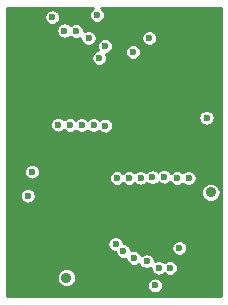
<source format=gbr>
G04 #@! TF.GenerationSoftware,KiCad,Pcbnew,5.1.4+dfsg1-1*
G04 #@! TF.CreationDate,2020-09-03T16:06:36+02:00*
G04 #@! TF.ProjectId,FPC_INVERTER,4650435f-494e-4564-9552-5445522e6b69,rev?*
G04 #@! TF.SameCoordinates,PX5095e20PY1312d00*
G04 #@! TF.FileFunction,Copper,L2,Inr*
G04 #@! TF.FilePolarity,Positive*
%FSLAX46Y46*%
G04 Gerber Fmt 4.6, Leading zero omitted, Abs format (unit mm)*
G04 Created by KiCad (PCBNEW 5.1.4+dfsg1-1) date 2020-09-03 16:06:36*
%MOMM*%
%LPD*%
G04 APERTURE LIST*
%ADD10C,0.600000*%
%ADD11C,0.889000*%
%ADD12C,0.254000*%
G04 APERTURE END LIST*
D10*
X4270000Y-1200000D03*
X2190000Y-16310000D03*
X11120000Y-4130000D03*
X12490000Y-2970000D03*
X17330000Y-9700000D03*
X12958032Y-23902000D03*
X15810000Y-14820000D03*
X15030000Y-20720000D03*
X9623000Y-20387963D03*
X14840000Y-14800000D03*
X8055964Y-998000D03*
X2540000Y-14280000D03*
X9740000Y-14810000D03*
X8750000Y-3620000D03*
X8750000Y-10370000D03*
X10280000Y-21000000D03*
X10750000Y-14800000D03*
X8250000Y-4650000D03*
X7760000Y-10340000D03*
X11200000Y-21570000D03*
X11750000Y-14790000D03*
X7340000Y-2940000D03*
X6750000Y-10340000D03*
X12250000Y-21860000D03*
X12750000Y-14750000D03*
X6270000Y-2380000D03*
X5750000Y-10325000D03*
X13275000Y-22400000D03*
X4750000Y-10300000D03*
X14250000Y-22425000D03*
D11*
X17690000Y-16030000D03*
X5470000Y-23250000D03*
X2570000Y-17940000D03*
X3860000Y-14870000D03*
X16490000Y-17950000D03*
X18250000Y-10750000D03*
X750000Y-13500000D03*
D10*
X13750000Y-14700000D03*
X5300000Y-2325000D03*
D12*
G36*
X7621852Y-469033D02*
G01*
X7526997Y-563888D01*
X7452470Y-675426D01*
X7401135Y-799360D01*
X7374964Y-930927D01*
X7374964Y-1065073D01*
X7401135Y-1196640D01*
X7452470Y-1320574D01*
X7526997Y-1432112D01*
X7621852Y-1526967D01*
X7733390Y-1601494D01*
X7857324Y-1652829D01*
X7988891Y-1679000D01*
X8123037Y-1679000D01*
X8254604Y-1652829D01*
X8378538Y-1601494D01*
X8490076Y-1526967D01*
X8584931Y-1432112D01*
X8659458Y-1320574D01*
X8710793Y-1196640D01*
X8736964Y-1065073D01*
X8736964Y-930927D01*
X8710793Y-799360D01*
X8659458Y-675426D01*
X8584931Y-563888D01*
X8490076Y-469033D01*
X8433155Y-431000D01*
X18569000Y-431000D01*
X18569001Y-24819000D01*
X431000Y-24819000D01*
X431000Y-23168695D01*
X4644500Y-23168695D01*
X4644500Y-23331305D01*
X4676224Y-23490789D01*
X4738452Y-23641021D01*
X4828792Y-23776225D01*
X4943775Y-23891208D01*
X5078979Y-23981548D01*
X5229211Y-24043776D01*
X5388695Y-24075500D01*
X5551305Y-24075500D01*
X5710789Y-24043776D01*
X5861021Y-23981548D01*
X5996225Y-23891208D01*
X6052506Y-23834927D01*
X12277032Y-23834927D01*
X12277032Y-23969073D01*
X12303203Y-24100640D01*
X12354538Y-24224574D01*
X12429065Y-24336112D01*
X12523920Y-24430967D01*
X12635458Y-24505494D01*
X12759392Y-24556829D01*
X12890959Y-24583000D01*
X13025105Y-24583000D01*
X13156672Y-24556829D01*
X13280606Y-24505494D01*
X13392144Y-24430967D01*
X13486999Y-24336112D01*
X13561526Y-24224574D01*
X13612861Y-24100640D01*
X13639032Y-23969073D01*
X13639032Y-23834927D01*
X13612861Y-23703360D01*
X13561526Y-23579426D01*
X13486999Y-23467888D01*
X13392144Y-23373033D01*
X13280606Y-23298506D01*
X13156672Y-23247171D01*
X13025105Y-23221000D01*
X12890959Y-23221000D01*
X12759392Y-23247171D01*
X12635458Y-23298506D01*
X12523920Y-23373033D01*
X12429065Y-23467888D01*
X12354538Y-23579426D01*
X12303203Y-23703360D01*
X12277032Y-23834927D01*
X6052506Y-23834927D01*
X6111208Y-23776225D01*
X6201548Y-23641021D01*
X6263776Y-23490789D01*
X6295500Y-23331305D01*
X6295500Y-23168695D01*
X6263776Y-23009211D01*
X6201548Y-22858979D01*
X6111208Y-22723775D01*
X5996225Y-22608792D01*
X5861021Y-22518452D01*
X5710789Y-22456224D01*
X5551305Y-22424500D01*
X5388695Y-22424500D01*
X5229211Y-22456224D01*
X5078979Y-22518452D01*
X4943775Y-22608792D01*
X4828792Y-22723775D01*
X4738452Y-22858979D01*
X4676224Y-23009211D01*
X4644500Y-23168695D01*
X431000Y-23168695D01*
X431000Y-20320890D01*
X8942000Y-20320890D01*
X8942000Y-20455036D01*
X8968171Y-20586603D01*
X9019506Y-20710537D01*
X9094033Y-20822075D01*
X9188888Y-20916930D01*
X9300426Y-20991457D01*
X9424360Y-21042792D01*
X9555927Y-21068963D01*
X9599376Y-21068963D01*
X9625171Y-21198640D01*
X9676506Y-21322574D01*
X9751033Y-21434112D01*
X9845888Y-21528967D01*
X9957426Y-21603494D01*
X10081360Y-21654829D01*
X10212927Y-21681000D01*
X10347073Y-21681000D01*
X10478640Y-21654829D01*
X10519191Y-21638032D01*
X10545171Y-21768640D01*
X10596506Y-21892574D01*
X10671033Y-22004112D01*
X10765888Y-22098967D01*
X10877426Y-22173494D01*
X11001360Y-22224829D01*
X11132927Y-22251000D01*
X11267073Y-22251000D01*
X11398640Y-22224829D01*
X11522574Y-22173494D01*
X11616695Y-22110604D01*
X11646506Y-22182574D01*
X11721033Y-22294112D01*
X11815888Y-22388967D01*
X11927426Y-22463494D01*
X12051360Y-22514829D01*
X12182927Y-22541000D01*
X12317073Y-22541000D01*
X12448640Y-22514829D01*
X12572574Y-22463494D01*
X12594000Y-22449178D01*
X12594000Y-22467073D01*
X12620171Y-22598640D01*
X12671506Y-22722574D01*
X12746033Y-22834112D01*
X12840888Y-22928967D01*
X12952426Y-23003494D01*
X13076360Y-23054829D01*
X13207927Y-23081000D01*
X13342073Y-23081000D01*
X13473640Y-23054829D01*
X13597574Y-23003494D01*
X13709112Y-22928967D01*
X13750000Y-22888079D01*
X13815888Y-22953967D01*
X13927426Y-23028494D01*
X14051360Y-23079829D01*
X14182927Y-23106000D01*
X14317073Y-23106000D01*
X14448640Y-23079829D01*
X14572574Y-23028494D01*
X14684112Y-22953967D01*
X14778967Y-22859112D01*
X14853494Y-22747574D01*
X14904829Y-22623640D01*
X14931000Y-22492073D01*
X14931000Y-22357927D01*
X14904829Y-22226360D01*
X14853494Y-22102426D01*
X14778967Y-21990888D01*
X14684112Y-21896033D01*
X14572574Y-21821506D01*
X14448640Y-21770171D01*
X14317073Y-21744000D01*
X14182927Y-21744000D01*
X14051360Y-21770171D01*
X13927426Y-21821506D01*
X13815888Y-21896033D01*
X13775000Y-21936921D01*
X13709112Y-21871033D01*
X13597574Y-21796506D01*
X13473640Y-21745171D01*
X13342073Y-21719000D01*
X13207927Y-21719000D01*
X13076360Y-21745171D01*
X12952426Y-21796506D01*
X12931000Y-21810822D01*
X12931000Y-21792927D01*
X12904829Y-21661360D01*
X12853494Y-21537426D01*
X12778967Y-21425888D01*
X12684112Y-21331033D01*
X12572574Y-21256506D01*
X12448640Y-21205171D01*
X12317073Y-21179000D01*
X12182927Y-21179000D01*
X12051360Y-21205171D01*
X11927426Y-21256506D01*
X11833305Y-21319396D01*
X11803494Y-21247426D01*
X11728967Y-21135888D01*
X11634112Y-21041033D01*
X11522574Y-20966506D01*
X11398640Y-20915171D01*
X11267073Y-20889000D01*
X11132927Y-20889000D01*
X11001360Y-20915171D01*
X10960809Y-20931968D01*
X10934829Y-20801360D01*
X10883494Y-20677426D01*
X10867125Y-20652927D01*
X14349000Y-20652927D01*
X14349000Y-20787073D01*
X14375171Y-20918640D01*
X14426506Y-21042574D01*
X14501033Y-21154112D01*
X14595888Y-21248967D01*
X14707426Y-21323494D01*
X14831360Y-21374829D01*
X14962927Y-21401000D01*
X15097073Y-21401000D01*
X15228640Y-21374829D01*
X15352574Y-21323494D01*
X15464112Y-21248967D01*
X15558967Y-21154112D01*
X15633494Y-21042574D01*
X15684829Y-20918640D01*
X15711000Y-20787073D01*
X15711000Y-20652927D01*
X15684829Y-20521360D01*
X15633494Y-20397426D01*
X15558967Y-20285888D01*
X15464112Y-20191033D01*
X15352574Y-20116506D01*
X15228640Y-20065171D01*
X15097073Y-20039000D01*
X14962927Y-20039000D01*
X14831360Y-20065171D01*
X14707426Y-20116506D01*
X14595888Y-20191033D01*
X14501033Y-20285888D01*
X14426506Y-20397426D01*
X14375171Y-20521360D01*
X14349000Y-20652927D01*
X10867125Y-20652927D01*
X10808967Y-20565888D01*
X10714112Y-20471033D01*
X10602574Y-20396506D01*
X10478640Y-20345171D01*
X10347073Y-20319000D01*
X10303624Y-20319000D01*
X10277829Y-20189323D01*
X10226494Y-20065389D01*
X10151967Y-19953851D01*
X10057112Y-19858996D01*
X9945574Y-19784469D01*
X9821640Y-19733134D01*
X9690073Y-19706963D01*
X9555927Y-19706963D01*
X9424360Y-19733134D01*
X9300426Y-19784469D01*
X9188888Y-19858996D01*
X9094033Y-19953851D01*
X9019506Y-20065389D01*
X8968171Y-20189323D01*
X8942000Y-20320890D01*
X431000Y-20320890D01*
X431000Y-16242927D01*
X1509000Y-16242927D01*
X1509000Y-16377073D01*
X1535171Y-16508640D01*
X1586506Y-16632574D01*
X1661033Y-16744112D01*
X1755888Y-16838967D01*
X1867426Y-16913494D01*
X1991360Y-16964829D01*
X2122927Y-16991000D01*
X2257073Y-16991000D01*
X2388640Y-16964829D01*
X2512574Y-16913494D01*
X2624112Y-16838967D01*
X2718967Y-16744112D01*
X2793494Y-16632574D01*
X2844829Y-16508640D01*
X2871000Y-16377073D01*
X2871000Y-16242927D01*
X2844829Y-16111360D01*
X2793494Y-15987426D01*
X2767615Y-15948695D01*
X16864500Y-15948695D01*
X16864500Y-16111305D01*
X16896224Y-16270789D01*
X16958452Y-16421021D01*
X17048792Y-16556225D01*
X17163775Y-16671208D01*
X17298979Y-16761548D01*
X17449211Y-16823776D01*
X17608695Y-16855500D01*
X17771305Y-16855500D01*
X17930789Y-16823776D01*
X18081021Y-16761548D01*
X18216225Y-16671208D01*
X18331208Y-16556225D01*
X18421548Y-16421021D01*
X18483776Y-16270789D01*
X18515500Y-16111305D01*
X18515500Y-15948695D01*
X18483776Y-15789211D01*
X18421548Y-15638979D01*
X18331208Y-15503775D01*
X18216225Y-15388792D01*
X18081021Y-15298452D01*
X17930789Y-15236224D01*
X17771305Y-15204500D01*
X17608695Y-15204500D01*
X17449211Y-15236224D01*
X17298979Y-15298452D01*
X17163775Y-15388792D01*
X17048792Y-15503775D01*
X16958452Y-15638979D01*
X16896224Y-15789211D01*
X16864500Y-15948695D01*
X2767615Y-15948695D01*
X2718967Y-15875888D01*
X2624112Y-15781033D01*
X2512574Y-15706506D01*
X2388640Y-15655171D01*
X2257073Y-15629000D01*
X2122927Y-15629000D01*
X1991360Y-15655171D01*
X1867426Y-15706506D01*
X1755888Y-15781033D01*
X1661033Y-15875888D01*
X1586506Y-15987426D01*
X1535171Y-16111360D01*
X1509000Y-16242927D01*
X431000Y-16242927D01*
X431000Y-14212927D01*
X1859000Y-14212927D01*
X1859000Y-14347073D01*
X1885171Y-14478640D01*
X1936506Y-14602574D01*
X2011033Y-14714112D01*
X2105888Y-14808967D01*
X2217426Y-14883494D01*
X2341360Y-14934829D01*
X2472927Y-14961000D01*
X2607073Y-14961000D01*
X2738640Y-14934829D01*
X2862574Y-14883494D01*
X2974112Y-14808967D01*
X3040152Y-14742927D01*
X9059000Y-14742927D01*
X9059000Y-14877073D01*
X9085171Y-15008640D01*
X9136506Y-15132574D01*
X9211033Y-15244112D01*
X9305888Y-15338967D01*
X9417426Y-15413494D01*
X9541360Y-15464829D01*
X9672927Y-15491000D01*
X9807073Y-15491000D01*
X9938640Y-15464829D01*
X10062574Y-15413494D01*
X10174112Y-15338967D01*
X10250000Y-15263079D01*
X10315888Y-15328967D01*
X10427426Y-15403494D01*
X10551360Y-15454829D01*
X10682927Y-15481000D01*
X10817073Y-15481000D01*
X10948640Y-15454829D01*
X11072574Y-15403494D01*
X11184112Y-15328967D01*
X11255000Y-15258079D01*
X11315888Y-15318967D01*
X11427426Y-15393494D01*
X11551360Y-15444829D01*
X11682927Y-15471000D01*
X11817073Y-15471000D01*
X11948640Y-15444829D01*
X12072574Y-15393494D01*
X12184112Y-15318967D01*
X12270000Y-15233079D01*
X12315888Y-15278967D01*
X12427426Y-15353494D01*
X12551360Y-15404829D01*
X12682927Y-15431000D01*
X12817073Y-15431000D01*
X12948640Y-15404829D01*
X13072574Y-15353494D01*
X13184112Y-15278967D01*
X13275000Y-15188079D01*
X13315888Y-15228967D01*
X13427426Y-15303494D01*
X13551360Y-15354829D01*
X13682927Y-15381000D01*
X13817073Y-15381000D01*
X13948640Y-15354829D01*
X14072574Y-15303494D01*
X14184112Y-15228967D01*
X14258135Y-15154944D01*
X14311033Y-15234112D01*
X14405888Y-15328967D01*
X14517426Y-15403494D01*
X14641360Y-15454829D01*
X14772927Y-15481000D01*
X14907073Y-15481000D01*
X15038640Y-15454829D01*
X15162574Y-15403494D01*
X15274112Y-15328967D01*
X15315000Y-15288079D01*
X15375888Y-15348967D01*
X15487426Y-15423494D01*
X15611360Y-15474829D01*
X15742927Y-15501000D01*
X15877073Y-15501000D01*
X16008640Y-15474829D01*
X16132574Y-15423494D01*
X16244112Y-15348967D01*
X16338967Y-15254112D01*
X16413494Y-15142574D01*
X16464829Y-15018640D01*
X16491000Y-14887073D01*
X16491000Y-14752927D01*
X16464829Y-14621360D01*
X16413494Y-14497426D01*
X16338967Y-14385888D01*
X16244112Y-14291033D01*
X16132574Y-14216506D01*
X16008640Y-14165171D01*
X15877073Y-14139000D01*
X15742927Y-14139000D01*
X15611360Y-14165171D01*
X15487426Y-14216506D01*
X15375888Y-14291033D01*
X15335000Y-14331921D01*
X15274112Y-14271033D01*
X15162574Y-14196506D01*
X15038640Y-14145171D01*
X14907073Y-14119000D01*
X14772927Y-14119000D01*
X14641360Y-14145171D01*
X14517426Y-14196506D01*
X14405888Y-14271033D01*
X14331865Y-14345056D01*
X14278967Y-14265888D01*
X14184112Y-14171033D01*
X14072574Y-14096506D01*
X13948640Y-14045171D01*
X13817073Y-14019000D01*
X13682927Y-14019000D01*
X13551360Y-14045171D01*
X13427426Y-14096506D01*
X13315888Y-14171033D01*
X13225000Y-14261921D01*
X13184112Y-14221033D01*
X13072574Y-14146506D01*
X12948640Y-14095171D01*
X12817073Y-14069000D01*
X12682927Y-14069000D01*
X12551360Y-14095171D01*
X12427426Y-14146506D01*
X12315888Y-14221033D01*
X12230000Y-14306921D01*
X12184112Y-14261033D01*
X12072574Y-14186506D01*
X11948640Y-14135171D01*
X11817073Y-14109000D01*
X11682927Y-14109000D01*
X11551360Y-14135171D01*
X11427426Y-14186506D01*
X11315888Y-14261033D01*
X11245000Y-14331921D01*
X11184112Y-14271033D01*
X11072574Y-14196506D01*
X10948640Y-14145171D01*
X10817073Y-14119000D01*
X10682927Y-14119000D01*
X10551360Y-14145171D01*
X10427426Y-14196506D01*
X10315888Y-14271033D01*
X10240000Y-14346921D01*
X10174112Y-14281033D01*
X10062574Y-14206506D01*
X9938640Y-14155171D01*
X9807073Y-14129000D01*
X9672927Y-14129000D01*
X9541360Y-14155171D01*
X9417426Y-14206506D01*
X9305888Y-14281033D01*
X9211033Y-14375888D01*
X9136506Y-14487426D01*
X9085171Y-14611360D01*
X9059000Y-14742927D01*
X3040152Y-14742927D01*
X3068967Y-14714112D01*
X3143494Y-14602574D01*
X3194829Y-14478640D01*
X3221000Y-14347073D01*
X3221000Y-14212927D01*
X3194829Y-14081360D01*
X3143494Y-13957426D01*
X3068967Y-13845888D01*
X2974112Y-13751033D01*
X2862574Y-13676506D01*
X2738640Y-13625171D01*
X2607073Y-13599000D01*
X2472927Y-13599000D01*
X2341360Y-13625171D01*
X2217426Y-13676506D01*
X2105888Y-13751033D01*
X2011033Y-13845888D01*
X1936506Y-13957426D01*
X1885171Y-14081360D01*
X1859000Y-14212927D01*
X431000Y-14212927D01*
X431000Y-10232927D01*
X4069000Y-10232927D01*
X4069000Y-10367073D01*
X4095171Y-10498640D01*
X4146506Y-10622574D01*
X4221033Y-10734112D01*
X4315888Y-10828967D01*
X4427426Y-10903494D01*
X4551360Y-10954829D01*
X4682927Y-10981000D01*
X4817073Y-10981000D01*
X4948640Y-10954829D01*
X5072574Y-10903494D01*
X5184112Y-10828967D01*
X5237500Y-10775579D01*
X5315888Y-10853967D01*
X5427426Y-10928494D01*
X5551360Y-10979829D01*
X5682927Y-11006000D01*
X5817073Y-11006000D01*
X5948640Y-10979829D01*
X6072574Y-10928494D01*
X6184112Y-10853967D01*
X6242500Y-10795579D01*
X6315888Y-10868967D01*
X6427426Y-10943494D01*
X6551360Y-10994829D01*
X6682927Y-11021000D01*
X6817073Y-11021000D01*
X6948640Y-10994829D01*
X7072574Y-10943494D01*
X7184112Y-10868967D01*
X7255000Y-10798079D01*
X7325888Y-10868967D01*
X7437426Y-10943494D01*
X7561360Y-10994829D01*
X7692927Y-11021000D01*
X7827073Y-11021000D01*
X7958640Y-10994829D01*
X8082574Y-10943494D01*
X8194112Y-10868967D01*
X8240000Y-10823079D01*
X8315888Y-10898967D01*
X8427426Y-10973494D01*
X8551360Y-11024829D01*
X8682927Y-11051000D01*
X8817073Y-11051000D01*
X8948640Y-11024829D01*
X9072574Y-10973494D01*
X9184112Y-10898967D01*
X9278967Y-10804112D01*
X9353494Y-10692574D01*
X9404829Y-10568640D01*
X9431000Y-10437073D01*
X9431000Y-10302927D01*
X9404829Y-10171360D01*
X9353494Y-10047426D01*
X9278967Y-9935888D01*
X9184112Y-9841033D01*
X9072574Y-9766506D01*
X8948640Y-9715171D01*
X8817073Y-9689000D01*
X8682927Y-9689000D01*
X8551360Y-9715171D01*
X8427426Y-9766506D01*
X8315888Y-9841033D01*
X8270000Y-9886921D01*
X8194112Y-9811033D01*
X8082574Y-9736506D01*
X7958640Y-9685171D01*
X7827073Y-9659000D01*
X7692927Y-9659000D01*
X7561360Y-9685171D01*
X7437426Y-9736506D01*
X7325888Y-9811033D01*
X7255000Y-9881921D01*
X7184112Y-9811033D01*
X7072574Y-9736506D01*
X6948640Y-9685171D01*
X6817073Y-9659000D01*
X6682927Y-9659000D01*
X6551360Y-9685171D01*
X6427426Y-9736506D01*
X6315888Y-9811033D01*
X6257500Y-9869421D01*
X6184112Y-9796033D01*
X6072574Y-9721506D01*
X5948640Y-9670171D01*
X5817073Y-9644000D01*
X5682927Y-9644000D01*
X5551360Y-9670171D01*
X5427426Y-9721506D01*
X5315888Y-9796033D01*
X5262500Y-9849421D01*
X5184112Y-9771033D01*
X5072574Y-9696506D01*
X4948640Y-9645171D01*
X4887087Y-9632927D01*
X16649000Y-9632927D01*
X16649000Y-9767073D01*
X16675171Y-9898640D01*
X16726506Y-10022574D01*
X16801033Y-10134112D01*
X16895888Y-10228967D01*
X17007426Y-10303494D01*
X17131360Y-10354829D01*
X17262927Y-10381000D01*
X17397073Y-10381000D01*
X17528640Y-10354829D01*
X17652574Y-10303494D01*
X17764112Y-10228967D01*
X17858967Y-10134112D01*
X17933494Y-10022574D01*
X17984829Y-9898640D01*
X18011000Y-9767073D01*
X18011000Y-9632927D01*
X17984829Y-9501360D01*
X17933494Y-9377426D01*
X17858967Y-9265888D01*
X17764112Y-9171033D01*
X17652574Y-9096506D01*
X17528640Y-9045171D01*
X17397073Y-9019000D01*
X17262927Y-9019000D01*
X17131360Y-9045171D01*
X17007426Y-9096506D01*
X16895888Y-9171033D01*
X16801033Y-9265888D01*
X16726506Y-9377426D01*
X16675171Y-9501360D01*
X16649000Y-9632927D01*
X4887087Y-9632927D01*
X4817073Y-9619000D01*
X4682927Y-9619000D01*
X4551360Y-9645171D01*
X4427426Y-9696506D01*
X4315888Y-9771033D01*
X4221033Y-9865888D01*
X4146506Y-9977426D01*
X4095171Y-10101360D01*
X4069000Y-10232927D01*
X431000Y-10232927D01*
X431000Y-4582927D01*
X7569000Y-4582927D01*
X7569000Y-4717073D01*
X7595171Y-4848640D01*
X7646506Y-4972574D01*
X7721033Y-5084112D01*
X7815888Y-5178967D01*
X7927426Y-5253494D01*
X8051360Y-5304829D01*
X8182927Y-5331000D01*
X8317073Y-5331000D01*
X8448640Y-5304829D01*
X8572574Y-5253494D01*
X8684112Y-5178967D01*
X8778967Y-5084112D01*
X8853494Y-4972574D01*
X8904829Y-4848640D01*
X8931000Y-4717073D01*
X8931000Y-4582927D01*
X8904829Y-4451360D01*
X8853494Y-4327426D01*
X8833635Y-4297705D01*
X8948640Y-4274829D01*
X9072574Y-4223494D01*
X9184112Y-4148967D01*
X9270152Y-4062927D01*
X10439000Y-4062927D01*
X10439000Y-4197073D01*
X10465171Y-4328640D01*
X10516506Y-4452574D01*
X10591033Y-4564112D01*
X10685888Y-4658967D01*
X10797426Y-4733494D01*
X10921360Y-4784829D01*
X11052927Y-4811000D01*
X11187073Y-4811000D01*
X11318640Y-4784829D01*
X11442574Y-4733494D01*
X11554112Y-4658967D01*
X11648967Y-4564112D01*
X11723494Y-4452574D01*
X11774829Y-4328640D01*
X11801000Y-4197073D01*
X11801000Y-4062927D01*
X11774829Y-3931360D01*
X11723494Y-3807426D01*
X11648967Y-3695888D01*
X11554112Y-3601033D01*
X11442574Y-3526506D01*
X11318640Y-3475171D01*
X11187073Y-3449000D01*
X11052927Y-3449000D01*
X10921360Y-3475171D01*
X10797426Y-3526506D01*
X10685888Y-3601033D01*
X10591033Y-3695888D01*
X10516506Y-3807426D01*
X10465171Y-3931360D01*
X10439000Y-4062927D01*
X9270152Y-4062927D01*
X9278967Y-4054112D01*
X9353494Y-3942574D01*
X9404829Y-3818640D01*
X9431000Y-3687073D01*
X9431000Y-3552927D01*
X9404829Y-3421360D01*
X9353494Y-3297426D01*
X9278967Y-3185888D01*
X9184112Y-3091033D01*
X9072574Y-3016506D01*
X8948640Y-2965171D01*
X8817073Y-2939000D01*
X8682927Y-2939000D01*
X8551360Y-2965171D01*
X8427426Y-3016506D01*
X8315888Y-3091033D01*
X8221033Y-3185888D01*
X8146506Y-3297426D01*
X8095171Y-3421360D01*
X8069000Y-3552927D01*
X8069000Y-3687073D01*
X8095171Y-3818640D01*
X8146506Y-3942574D01*
X8166365Y-3972295D01*
X8051360Y-3995171D01*
X7927426Y-4046506D01*
X7815888Y-4121033D01*
X7721033Y-4215888D01*
X7646506Y-4327426D01*
X7595171Y-4451360D01*
X7569000Y-4582927D01*
X431000Y-4582927D01*
X431000Y-2257927D01*
X4619000Y-2257927D01*
X4619000Y-2392073D01*
X4645171Y-2523640D01*
X4696506Y-2647574D01*
X4771033Y-2759112D01*
X4865888Y-2853967D01*
X4977426Y-2928494D01*
X5101360Y-2979829D01*
X5232927Y-3006000D01*
X5367073Y-3006000D01*
X5498640Y-2979829D01*
X5622574Y-2928494D01*
X5734112Y-2853967D01*
X5757500Y-2830579D01*
X5835888Y-2908967D01*
X5947426Y-2983494D01*
X6071360Y-3034829D01*
X6202927Y-3061000D01*
X6337073Y-3061000D01*
X6468640Y-3034829D01*
X6592574Y-2983494D01*
X6659000Y-2939110D01*
X6659000Y-3007073D01*
X6685171Y-3138640D01*
X6736506Y-3262574D01*
X6811033Y-3374112D01*
X6905888Y-3468967D01*
X7017426Y-3543494D01*
X7141360Y-3594829D01*
X7272927Y-3621000D01*
X7407073Y-3621000D01*
X7538640Y-3594829D01*
X7662574Y-3543494D01*
X7774112Y-3468967D01*
X7868967Y-3374112D01*
X7943494Y-3262574D01*
X7994829Y-3138640D01*
X8021000Y-3007073D01*
X8021000Y-2902927D01*
X11809000Y-2902927D01*
X11809000Y-3037073D01*
X11835171Y-3168640D01*
X11886506Y-3292574D01*
X11961033Y-3404112D01*
X12055888Y-3498967D01*
X12167426Y-3573494D01*
X12291360Y-3624829D01*
X12422927Y-3651000D01*
X12557073Y-3651000D01*
X12688640Y-3624829D01*
X12812574Y-3573494D01*
X12924112Y-3498967D01*
X13018967Y-3404112D01*
X13093494Y-3292574D01*
X13144829Y-3168640D01*
X13171000Y-3037073D01*
X13171000Y-2902927D01*
X13144829Y-2771360D01*
X13093494Y-2647426D01*
X13018967Y-2535888D01*
X12924112Y-2441033D01*
X12812574Y-2366506D01*
X12688640Y-2315171D01*
X12557073Y-2289000D01*
X12422927Y-2289000D01*
X12291360Y-2315171D01*
X12167426Y-2366506D01*
X12055888Y-2441033D01*
X11961033Y-2535888D01*
X11886506Y-2647426D01*
X11835171Y-2771360D01*
X11809000Y-2902927D01*
X8021000Y-2902927D01*
X8021000Y-2872927D01*
X7994829Y-2741360D01*
X7943494Y-2617426D01*
X7868967Y-2505888D01*
X7774112Y-2411033D01*
X7662574Y-2336506D01*
X7538640Y-2285171D01*
X7407073Y-2259000D01*
X7272927Y-2259000D01*
X7141360Y-2285171D01*
X7017426Y-2336506D01*
X6951000Y-2380890D01*
X6951000Y-2312927D01*
X6924829Y-2181360D01*
X6873494Y-2057426D01*
X6798967Y-1945888D01*
X6704112Y-1851033D01*
X6592574Y-1776506D01*
X6468640Y-1725171D01*
X6337073Y-1699000D01*
X6202927Y-1699000D01*
X6071360Y-1725171D01*
X5947426Y-1776506D01*
X5835888Y-1851033D01*
X5812500Y-1874421D01*
X5734112Y-1796033D01*
X5622574Y-1721506D01*
X5498640Y-1670171D01*
X5367073Y-1644000D01*
X5232927Y-1644000D01*
X5101360Y-1670171D01*
X4977426Y-1721506D01*
X4865888Y-1796033D01*
X4771033Y-1890888D01*
X4696506Y-2002426D01*
X4645171Y-2126360D01*
X4619000Y-2257927D01*
X431000Y-2257927D01*
X431000Y-1132927D01*
X3589000Y-1132927D01*
X3589000Y-1267073D01*
X3615171Y-1398640D01*
X3666506Y-1522574D01*
X3741033Y-1634112D01*
X3835888Y-1728967D01*
X3947426Y-1803494D01*
X4071360Y-1854829D01*
X4202927Y-1881000D01*
X4337073Y-1881000D01*
X4468640Y-1854829D01*
X4592574Y-1803494D01*
X4704112Y-1728967D01*
X4798967Y-1634112D01*
X4873494Y-1522574D01*
X4924829Y-1398640D01*
X4951000Y-1267073D01*
X4951000Y-1132927D01*
X4924829Y-1001360D01*
X4873494Y-877426D01*
X4798967Y-765888D01*
X4704112Y-671033D01*
X4592574Y-596506D01*
X4468640Y-545171D01*
X4337073Y-519000D01*
X4202927Y-519000D01*
X4071360Y-545171D01*
X3947426Y-596506D01*
X3835888Y-671033D01*
X3741033Y-765888D01*
X3666506Y-877426D01*
X3615171Y-1001360D01*
X3589000Y-1132927D01*
X431000Y-1132927D01*
X431000Y-431000D01*
X7678773Y-431000D01*
X7621852Y-469033D01*
X7621852Y-469033D01*
G37*
X7621852Y-469033D02*
X7526997Y-563888D01*
X7452470Y-675426D01*
X7401135Y-799360D01*
X7374964Y-930927D01*
X7374964Y-1065073D01*
X7401135Y-1196640D01*
X7452470Y-1320574D01*
X7526997Y-1432112D01*
X7621852Y-1526967D01*
X7733390Y-1601494D01*
X7857324Y-1652829D01*
X7988891Y-1679000D01*
X8123037Y-1679000D01*
X8254604Y-1652829D01*
X8378538Y-1601494D01*
X8490076Y-1526967D01*
X8584931Y-1432112D01*
X8659458Y-1320574D01*
X8710793Y-1196640D01*
X8736964Y-1065073D01*
X8736964Y-930927D01*
X8710793Y-799360D01*
X8659458Y-675426D01*
X8584931Y-563888D01*
X8490076Y-469033D01*
X8433155Y-431000D01*
X18569000Y-431000D01*
X18569001Y-24819000D01*
X431000Y-24819000D01*
X431000Y-23168695D01*
X4644500Y-23168695D01*
X4644500Y-23331305D01*
X4676224Y-23490789D01*
X4738452Y-23641021D01*
X4828792Y-23776225D01*
X4943775Y-23891208D01*
X5078979Y-23981548D01*
X5229211Y-24043776D01*
X5388695Y-24075500D01*
X5551305Y-24075500D01*
X5710789Y-24043776D01*
X5861021Y-23981548D01*
X5996225Y-23891208D01*
X6052506Y-23834927D01*
X12277032Y-23834927D01*
X12277032Y-23969073D01*
X12303203Y-24100640D01*
X12354538Y-24224574D01*
X12429065Y-24336112D01*
X12523920Y-24430967D01*
X12635458Y-24505494D01*
X12759392Y-24556829D01*
X12890959Y-24583000D01*
X13025105Y-24583000D01*
X13156672Y-24556829D01*
X13280606Y-24505494D01*
X13392144Y-24430967D01*
X13486999Y-24336112D01*
X13561526Y-24224574D01*
X13612861Y-24100640D01*
X13639032Y-23969073D01*
X13639032Y-23834927D01*
X13612861Y-23703360D01*
X13561526Y-23579426D01*
X13486999Y-23467888D01*
X13392144Y-23373033D01*
X13280606Y-23298506D01*
X13156672Y-23247171D01*
X13025105Y-23221000D01*
X12890959Y-23221000D01*
X12759392Y-23247171D01*
X12635458Y-23298506D01*
X12523920Y-23373033D01*
X12429065Y-23467888D01*
X12354538Y-23579426D01*
X12303203Y-23703360D01*
X12277032Y-23834927D01*
X6052506Y-23834927D01*
X6111208Y-23776225D01*
X6201548Y-23641021D01*
X6263776Y-23490789D01*
X6295500Y-23331305D01*
X6295500Y-23168695D01*
X6263776Y-23009211D01*
X6201548Y-22858979D01*
X6111208Y-22723775D01*
X5996225Y-22608792D01*
X5861021Y-22518452D01*
X5710789Y-22456224D01*
X5551305Y-22424500D01*
X5388695Y-22424500D01*
X5229211Y-22456224D01*
X5078979Y-22518452D01*
X4943775Y-22608792D01*
X4828792Y-22723775D01*
X4738452Y-22858979D01*
X4676224Y-23009211D01*
X4644500Y-23168695D01*
X431000Y-23168695D01*
X431000Y-20320890D01*
X8942000Y-20320890D01*
X8942000Y-20455036D01*
X8968171Y-20586603D01*
X9019506Y-20710537D01*
X9094033Y-20822075D01*
X9188888Y-20916930D01*
X9300426Y-20991457D01*
X9424360Y-21042792D01*
X9555927Y-21068963D01*
X9599376Y-21068963D01*
X9625171Y-21198640D01*
X9676506Y-21322574D01*
X9751033Y-21434112D01*
X9845888Y-21528967D01*
X9957426Y-21603494D01*
X10081360Y-21654829D01*
X10212927Y-21681000D01*
X10347073Y-21681000D01*
X10478640Y-21654829D01*
X10519191Y-21638032D01*
X10545171Y-21768640D01*
X10596506Y-21892574D01*
X10671033Y-22004112D01*
X10765888Y-22098967D01*
X10877426Y-22173494D01*
X11001360Y-22224829D01*
X11132927Y-22251000D01*
X11267073Y-22251000D01*
X11398640Y-22224829D01*
X11522574Y-22173494D01*
X11616695Y-22110604D01*
X11646506Y-22182574D01*
X11721033Y-22294112D01*
X11815888Y-22388967D01*
X11927426Y-22463494D01*
X12051360Y-22514829D01*
X12182927Y-22541000D01*
X12317073Y-22541000D01*
X12448640Y-22514829D01*
X12572574Y-22463494D01*
X12594000Y-22449178D01*
X12594000Y-22467073D01*
X12620171Y-22598640D01*
X12671506Y-22722574D01*
X12746033Y-22834112D01*
X12840888Y-22928967D01*
X12952426Y-23003494D01*
X13076360Y-23054829D01*
X13207927Y-23081000D01*
X13342073Y-23081000D01*
X13473640Y-23054829D01*
X13597574Y-23003494D01*
X13709112Y-22928967D01*
X13750000Y-22888079D01*
X13815888Y-22953967D01*
X13927426Y-23028494D01*
X14051360Y-23079829D01*
X14182927Y-23106000D01*
X14317073Y-23106000D01*
X14448640Y-23079829D01*
X14572574Y-23028494D01*
X14684112Y-22953967D01*
X14778967Y-22859112D01*
X14853494Y-22747574D01*
X14904829Y-22623640D01*
X14931000Y-22492073D01*
X14931000Y-22357927D01*
X14904829Y-22226360D01*
X14853494Y-22102426D01*
X14778967Y-21990888D01*
X14684112Y-21896033D01*
X14572574Y-21821506D01*
X14448640Y-21770171D01*
X14317073Y-21744000D01*
X14182927Y-21744000D01*
X14051360Y-21770171D01*
X13927426Y-21821506D01*
X13815888Y-21896033D01*
X13775000Y-21936921D01*
X13709112Y-21871033D01*
X13597574Y-21796506D01*
X13473640Y-21745171D01*
X13342073Y-21719000D01*
X13207927Y-21719000D01*
X13076360Y-21745171D01*
X12952426Y-21796506D01*
X12931000Y-21810822D01*
X12931000Y-21792927D01*
X12904829Y-21661360D01*
X12853494Y-21537426D01*
X12778967Y-21425888D01*
X12684112Y-21331033D01*
X12572574Y-21256506D01*
X12448640Y-21205171D01*
X12317073Y-21179000D01*
X12182927Y-21179000D01*
X12051360Y-21205171D01*
X11927426Y-21256506D01*
X11833305Y-21319396D01*
X11803494Y-21247426D01*
X11728967Y-21135888D01*
X11634112Y-21041033D01*
X11522574Y-20966506D01*
X11398640Y-20915171D01*
X11267073Y-20889000D01*
X11132927Y-20889000D01*
X11001360Y-20915171D01*
X10960809Y-20931968D01*
X10934829Y-20801360D01*
X10883494Y-20677426D01*
X10867125Y-20652927D01*
X14349000Y-20652927D01*
X14349000Y-20787073D01*
X14375171Y-20918640D01*
X14426506Y-21042574D01*
X14501033Y-21154112D01*
X14595888Y-21248967D01*
X14707426Y-21323494D01*
X14831360Y-21374829D01*
X14962927Y-21401000D01*
X15097073Y-21401000D01*
X15228640Y-21374829D01*
X15352574Y-21323494D01*
X15464112Y-21248967D01*
X15558967Y-21154112D01*
X15633494Y-21042574D01*
X15684829Y-20918640D01*
X15711000Y-20787073D01*
X15711000Y-20652927D01*
X15684829Y-20521360D01*
X15633494Y-20397426D01*
X15558967Y-20285888D01*
X15464112Y-20191033D01*
X15352574Y-20116506D01*
X15228640Y-20065171D01*
X15097073Y-20039000D01*
X14962927Y-20039000D01*
X14831360Y-20065171D01*
X14707426Y-20116506D01*
X14595888Y-20191033D01*
X14501033Y-20285888D01*
X14426506Y-20397426D01*
X14375171Y-20521360D01*
X14349000Y-20652927D01*
X10867125Y-20652927D01*
X10808967Y-20565888D01*
X10714112Y-20471033D01*
X10602574Y-20396506D01*
X10478640Y-20345171D01*
X10347073Y-20319000D01*
X10303624Y-20319000D01*
X10277829Y-20189323D01*
X10226494Y-20065389D01*
X10151967Y-19953851D01*
X10057112Y-19858996D01*
X9945574Y-19784469D01*
X9821640Y-19733134D01*
X9690073Y-19706963D01*
X9555927Y-19706963D01*
X9424360Y-19733134D01*
X9300426Y-19784469D01*
X9188888Y-19858996D01*
X9094033Y-19953851D01*
X9019506Y-20065389D01*
X8968171Y-20189323D01*
X8942000Y-20320890D01*
X431000Y-20320890D01*
X431000Y-16242927D01*
X1509000Y-16242927D01*
X1509000Y-16377073D01*
X1535171Y-16508640D01*
X1586506Y-16632574D01*
X1661033Y-16744112D01*
X1755888Y-16838967D01*
X1867426Y-16913494D01*
X1991360Y-16964829D01*
X2122927Y-16991000D01*
X2257073Y-16991000D01*
X2388640Y-16964829D01*
X2512574Y-16913494D01*
X2624112Y-16838967D01*
X2718967Y-16744112D01*
X2793494Y-16632574D01*
X2844829Y-16508640D01*
X2871000Y-16377073D01*
X2871000Y-16242927D01*
X2844829Y-16111360D01*
X2793494Y-15987426D01*
X2767615Y-15948695D01*
X16864500Y-15948695D01*
X16864500Y-16111305D01*
X16896224Y-16270789D01*
X16958452Y-16421021D01*
X17048792Y-16556225D01*
X17163775Y-16671208D01*
X17298979Y-16761548D01*
X17449211Y-16823776D01*
X17608695Y-16855500D01*
X17771305Y-16855500D01*
X17930789Y-16823776D01*
X18081021Y-16761548D01*
X18216225Y-16671208D01*
X18331208Y-16556225D01*
X18421548Y-16421021D01*
X18483776Y-16270789D01*
X18515500Y-16111305D01*
X18515500Y-15948695D01*
X18483776Y-15789211D01*
X18421548Y-15638979D01*
X18331208Y-15503775D01*
X18216225Y-15388792D01*
X18081021Y-15298452D01*
X17930789Y-15236224D01*
X17771305Y-15204500D01*
X17608695Y-15204500D01*
X17449211Y-15236224D01*
X17298979Y-15298452D01*
X17163775Y-15388792D01*
X17048792Y-15503775D01*
X16958452Y-15638979D01*
X16896224Y-15789211D01*
X16864500Y-15948695D01*
X2767615Y-15948695D01*
X2718967Y-15875888D01*
X2624112Y-15781033D01*
X2512574Y-15706506D01*
X2388640Y-15655171D01*
X2257073Y-15629000D01*
X2122927Y-15629000D01*
X1991360Y-15655171D01*
X1867426Y-15706506D01*
X1755888Y-15781033D01*
X1661033Y-15875888D01*
X1586506Y-15987426D01*
X1535171Y-16111360D01*
X1509000Y-16242927D01*
X431000Y-16242927D01*
X431000Y-14212927D01*
X1859000Y-14212927D01*
X1859000Y-14347073D01*
X1885171Y-14478640D01*
X1936506Y-14602574D01*
X2011033Y-14714112D01*
X2105888Y-14808967D01*
X2217426Y-14883494D01*
X2341360Y-14934829D01*
X2472927Y-14961000D01*
X2607073Y-14961000D01*
X2738640Y-14934829D01*
X2862574Y-14883494D01*
X2974112Y-14808967D01*
X3040152Y-14742927D01*
X9059000Y-14742927D01*
X9059000Y-14877073D01*
X9085171Y-15008640D01*
X9136506Y-15132574D01*
X9211033Y-15244112D01*
X9305888Y-15338967D01*
X9417426Y-15413494D01*
X9541360Y-15464829D01*
X9672927Y-15491000D01*
X9807073Y-15491000D01*
X9938640Y-15464829D01*
X10062574Y-15413494D01*
X10174112Y-15338967D01*
X10250000Y-15263079D01*
X10315888Y-15328967D01*
X10427426Y-15403494D01*
X10551360Y-15454829D01*
X10682927Y-15481000D01*
X10817073Y-15481000D01*
X10948640Y-15454829D01*
X11072574Y-15403494D01*
X11184112Y-15328967D01*
X11255000Y-15258079D01*
X11315888Y-15318967D01*
X11427426Y-15393494D01*
X11551360Y-15444829D01*
X11682927Y-15471000D01*
X11817073Y-15471000D01*
X11948640Y-15444829D01*
X12072574Y-15393494D01*
X12184112Y-15318967D01*
X12270000Y-15233079D01*
X12315888Y-15278967D01*
X12427426Y-15353494D01*
X12551360Y-15404829D01*
X12682927Y-15431000D01*
X12817073Y-15431000D01*
X12948640Y-15404829D01*
X13072574Y-15353494D01*
X13184112Y-15278967D01*
X13275000Y-15188079D01*
X13315888Y-15228967D01*
X13427426Y-15303494D01*
X13551360Y-15354829D01*
X13682927Y-15381000D01*
X13817073Y-15381000D01*
X13948640Y-15354829D01*
X14072574Y-15303494D01*
X14184112Y-15228967D01*
X14258135Y-15154944D01*
X14311033Y-15234112D01*
X14405888Y-15328967D01*
X14517426Y-15403494D01*
X14641360Y-15454829D01*
X14772927Y-15481000D01*
X14907073Y-15481000D01*
X15038640Y-15454829D01*
X15162574Y-15403494D01*
X15274112Y-15328967D01*
X15315000Y-15288079D01*
X15375888Y-15348967D01*
X15487426Y-15423494D01*
X15611360Y-15474829D01*
X15742927Y-15501000D01*
X15877073Y-15501000D01*
X16008640Y-15474829D01*
X16132574Y-15423494D01*
X16244112Y-15348967D01*
X16338967Y-15254112D01*
X16413494Y-15142574D01*
X16464829Y-15018640D01*
X16491000Y-14887073D01*
X16491000Y-14752927D01*
X16464829Y-14621360D01*
X16413494Y-14497426D01*
X16338967Y-14385888D01*
X16244112Y-14291033D01*
X16132574Y-14216506D01*
X16008640Y-14165171D01*
X15877073Y-14139000D01*
X15742927Y-14139000D01*
X15611360Y-14165171D01*
X15487426Y-14216506D01*
X15375888Y-14291033D01*
X15335000Y-14331921D01*
X15274112Y-14271033D01*
X15162574Y-14196506D01*
X15038640Y-14145171D01*
X14907073Y-14119000D01*
X14772927Y-14119000D01*
X14641360Y-14145171D01*
X14517426Y-14196506D01*
X14405888Y-14271033D01*
X14331865Y-14345056D01*
X14278967Y-14265888D01*
X14184112Y-14171033D01*
X14072574Y-14096506D01*
X13948640Y-14045171D01*
X13817073Y-14019000D01*
X13682927Y-14019000D01*
X13551360Y-14045171D01*
X13427426Y-14096506D01*
X13315888Y-14171033D01*
X13225000Y-14261921D01*
X13184112Y-14221033D01*
X13072574Y-14146506D01*
X12948640Y-14095171D01*
X12817073Y-14069000D01*
X12682927Y-14069000D01*
X12551360Y-14095171D01*
X12427426Y-14146506D01*
X12315888Y-14221033D01*
X12230000Y-14306921D01*
X12184112Y-14261033D01*
X12072574Y-14186506D01*
X11948640Y-14135171D01*
X11817073Y-14109000D01*
X11682927Y-14109000D01*
X11551360Y-14135171D01*
X11427426Y-14186506D01*
X11315888Y-14261033D01*
X11245000Y-14331921D01*
X11184112Y-14271033D01*
X11072574Y-14196506D01*
X10948640Y-14145171D01*
X10817073Y-14119000D01*
X10682927Y-14119000D01*
X10551360Y-14145171D01*
X10427426Y-14196506D01*
X10315888Y-14271033D01*
X10240000Y-14346921D01*
X10174112Y-14281033D01*
X10062574Y-14206506D01*
X9938640Y-14155171D01*
X9807073Y-14129000D01*
X9672927Y-14129000D01*
X9541360Y-14155171D01*
X9417426Y-14206506D01*
X9305888Y-14281033D01*
X9211033Y-14375888D01*
X9136506Y-14487426D01*
X9085171Y-14611360D01*
X9059000Y-14742927D01*
X3040152Y-14742927D01*
X3068967Y-14714112D01*
X3143494Y-14602574D01*
X3194829Y-14478640D01*
X3221000Y-14347073D01*
X3221000Y-14212927D01*
X3194829Y-14081360D01*
X3143494Y-13957426D01*
X3068967Y-13845888D01*
X2974112Y-13751033D01*
X2862574Y-13676506D01*
X2738640Y-13625171D01*
X2607073Y-13599000D01*
X2472927Y-13599000D01*
X2341360Y-13625171D01*
X2217426Y-13676506D01*
X2105888Y-13751033D01*
X2011033Y-13845888D01*
X1936506Y-13957426D01*
X1885171Y-14081360D01*
X1859000Y-14212927D01*
X431000Y-14212927D01*
X431000Y-10232927D01*
X4069000Y-10232927D01*
X4069000Y-10367073D01*
X4095171Y-10498640D01*
X4146506Y-10622574D01*
X4221033Y-10734112D01*
X4315888Y-10828967D01*
X4427426Y-10903494D01*
X4551360Y-10954829D01*
X4682927Y-10981000D01*
X4817073Y-10981000D01*
X4948640Y-10954829D01*
X5072574Y-10903494D01*
X5184112Y-10828967D01*
X5237500Y-10775579D01*
X5315888Y-10853967D01*
X5427426Y-10928494D01*
X5551360Y-10979829D01*
X5682927Y-11006000D01*
X5817073Y-11006000D01*
X5948640Y-10979829D01*
X6072574Y-10928494D01*
X6184112Y-10853967D01*
X6242500Y-10795579D01*
X6315888Y-10868967D01*
X6427426Y-10943494D01*
X6551360Y-10994829D01*
X6682927Y-11021000D01*
X6817073Y-11021000D01*
X6948640Y-10994829D01*
X7072574Y-10943494D01*
X7184112Y-10868967D01*
X7255000Y-10798079D01*
X7325888Y-10868967D01*
X7437426Y-10943494D01*
X7561360Y-10994829D01*
X7692927Y-11021000D01*
X7827073Y-11021000D01*
X7958640Y-10994829D01*
X8082574Y-10943494D01*
X8194112Y-10868967D01*
X8240000Y-10823079D01*
X8315888Y-10898967D01*
X8427426Y-10973494D01*
X8551360Y-11024829D01*
X8682927Y-11051000D01*
X8817073Y-11051000D01*
X8948640Y-11024829D01*
X9072574Y-10973494D01*
X9184112Y-10898967D01*
X9278967Y-10804112D01*
X9353494Y-10692574D01*
X9404829Y-10568640D01*
X9431000Y-10437073D01*
X9431000Y-10302927D01*
X9404829Y-10171360D01*
X9353494Y-10047426D01*
X9278967Y-9935888D01*
X9184112Y-9841033D01*
X9072574Y-9766506D01*
X8948640Y-9715171D01*
X8817073Y-9689000D01*
X8682927Y-9689000D01*
X8551360Y-9715171D01*
X8427426Y-9766506D01*
X8315888Y-9841033D01*
X8270000Y-9886921D01*
X8194112Y-9811033D01*
X8082574Y-9736506D01*
X7958640Y-9685171D01*
X7827073Y-9659000D01*
X7692927Y-9659000D01*
X7561360Y-9685171D01*
X7437426Y-9736506D01*
X7325888Y-9811033D01*
X7255000Y-9881921D01*
X7184112Y-9811033D01*
X7072574Y-9736506D01*
X6948640Y-9685171D01*
X6817073Y-9659000D01*
X6682927Y-9659000D01*
X6551360Y-9685171D01*
X6427426Y-9736506D01*
X6315888Y-9811033D01*
X6257500Y-9869421D01*
X6184112Y-9796033D01*
X6072574Y-9721506D01*
X5948640Y-9670171D01*
X5817073Y-9644000D01*
X5682927Y-9644000D01*
X5551360Y-9670171D01*
X5427426Y-9721506D01*
X5315888Y-9796033D01*
X5262500Y-9849421D01*
X5184112Y-9771033D01*
X5072574Y-9696506D01*
X4948640Y-9645171D01*
X4887087Y-9632927D01*
X16649000Y-9632927D01*
X16649000Y-9767073D01*
X16675171Y-9898640D01*
X16726506Y-10022574D01*
X16801033Y-10134112D01*
X16895888Y-10228967D01*
X17007426Y-10303494D01*
X17131360Y-10354829D01*
X17262927Y-10381000D01*
X17397073Y-10381000D01*
X17528640Y-10354829D01*
X17652574Y-10303494D01*
X17764112Y-10228967D01*
X17858967Y-10134112D01*
X17933494Y-10022574D01*
X17984829Y-9898640D01*
X18011000Y-9767073D01*
X18011000Y-9632927D01*
X17984829Y-9501360D01*
X17933494Y-9377426D01*
X17858967Y-9265888D01*
X17764112Y-9171033D01*
X17652574Y-9096506D01*
X17528640Y-9045171D01*
X17397073Y-9019000D01*
X17262927Y-9019000D01*
X17131360Y-9045171D01*
X17007426Y-9096506D01*
X16895888Y-9171033D01*
X16801033Y-9265888D01*
X16726506Y-9377426D01*
X16675171Y-9501360D01*
X16649000Y-9632927D01*
X4887087Y-9632927D01*
X4817073Y-9619000D01*
X4682927Y-9619000D01*
X4551360Y-9645171D01*
X4427426Y-9696506D01*
X4315888Y-9771033D01*
X4221033Y-9865888D01*
X4146506Y-9977426D01*
X4095171Y-10101360D01*
X4069000Y-10232927D01*
X431000Y-10232927D01*
X431000Y-4582927D01*
X7569000Y-4582927D01*
X7569000Y-4717073D01*
X7595171Y-4848640D01*
X7646506Y-4972574D01*
X7721033Y-5084112D01*
X7815888Y-5178967D01*
X7927426Y-5253494D01*
X8051360Y-5304829D01*
X8182927Y-5331000D01*
X8317073Y-5331000D01*
X8448640Y-5304829D01*
X8572574Y-5253494D01*
X8684112Y-5178967D01*
X8778967Y-5084112D01*
X8853494Y-4972574D01*
X8904829Y-4848640D01*
X8931000Y-4717073D01*
X8931000Y-4582927D01*
X8904829Y-4451360D01*
X8853494Y-4327426D01*
X8833635Y-4297705D01*
X8948640Y-4274829D01*
X9072574Y-4223494D01*
X9184112Y-4148967D01*
X9270152Y-4062927D01*
X10439000Y-4062927D01*
X10439000Y-4197073D01*
X10465171Y-4328640D01*
X10516506Y-4452574D01*
X10591033Y-4564112D01*
X10685888Y-4658967D01*
X10797426Y-4733494D01*
X10921360Y-4784829D01*
X11052927Y-4811000D01*
X11187073Y-4811000D01*
X11318640Y-4784829D01*
X11442574Y-4733494D01*
X11554112Y-4658967D01*
X11648967Y-4564112D01*
X11723494Y-4452574D01*
X11774829Y-4328640D01*
X11801000Y-4197073D01*
X11801000Y-4062927D01*
X11774829Y-3931360D01*
X11723494Y-3807426D01*
X11648967Y-3695888D01*
X11554112Y-3601033D01*
X11442574Y-3526506D01*
X11318640Y-3475171D01*
X11187073Y-3449000D01*
X11052927Y-3449000D01*
X10921360Y-3475171D01*
X10797426Y-3526506D01*
X10685888Y-3601033D01*
X10591033Y-3695888D01*
X10516506Y-3807426D01*
X10465171Y-3931360D01*
X10439000Y-4062927D01*
X9270152Y-4062927D01*
X9278967Y-4054112D01*
X9353494Y-3942574D01*
X9404829Y-3818640D01*
X9431000Y-3687073D01*
X9431000Y-3552927D01*
X9404829Y-3421360D01*
X9353494Y-3297426D01*
X9278967Y-3185888D01*
X9184112Y-3091033D01*
X9072574Y-3016506D01*
X8948640Y-2965171D01*
X8817073Y-2939000D01*
X8682927Y-2939000D01*
X8551360Y-2965171D01*
X8427426Y-3016506D01*
X8315888Y-3091033D01*
X8221033Y-3185888D01*
X8146506Y-3297426D01*
X8095171Y-3421360D01*
X8069000Y-3552927D01*
X8069000Y-3687073D01*
X8095171Y-3818640D01*
X8146506Y-3942574D01*
X8166365Y-3972295D01*
X8051360Y-3995171D01*
X7927426Y-4046506D01*
X7815888Y-4121033D01*
X7721033Y-4215888D01*
X7646506Y-4327426D01*
X7595171Y-4451360D01*
X7569000Y-4582927D01*
X431000Y-4582927D01*
X431000Y-2257927D01*
X4619000Y-2257927D01*
X4619000Y-2392073D01*
X4645171Y-2523640D01*
X4696506Y-2647574D01*
X4771033Y-2759112D01*
X4865888Y-2853967D01*
X4977426Y-2928494D01*
X5101360Y-2979829D01*
X5232927Y-3006000D01*
X5367073Y-3006000D01*
X5498640Y-2979829D01*
X5622574Y-2928494D01*
X5734112Y-2853967D01*
X5757500Y-2830579D01*
X5835888Y-2908967D01*
X5947426Y-2983494D01*
X6071360Y-3034829D01*
X6202927Y-3061000D01*
X6337073Y-3061000D01*
X6468640Y-3034829D01*
X6592574Y-2983494D01*
X6659000Y-2939110D01*
X6659000Y-3007073D01*
X6685171Y-3138640D01*
X6736506Y-3262574D01*
X6811033Y-3374112D01*
X6905888Y-3468967D01*
X7017426Y-3543494D01*
X7141360Y-3594829D01*
X7272927Y-3621000D01*
X7407073Y-3621000D01*
X7538640Y-3594829D01*
X7662574Y-3543494D01*
X7774112Y-3468967D01*
X7868967Y-3374112D01*
X7943494Y-3262574D01*
X7994829Y-3138640D01*
X8021000Y-3007073D01*
X8021000Y-2902927D01*
X11809000Y-2902927D01*
X11809000Y-3037073D01*
X11835171Y-3168640D01*
X11886506Y-3292574D01*
X11961033Y-3404112D01*
X12055888Y-3498967D01*
X12167426Y-3573494D01*
X12291360Y-3624829D01*
X12422927Y-3651000D01*
X12557073Y-3651000D01*
X12688640Y-3624829D01*
X12812574Y-3573494D01*
X12924112Y-3498967D01*
X13018967Y-3404112D01*
X13093494Y-3292574D01*
X13144829Y-3168640D01*
X13171000Y-3037073D01*
X13171000Y-2902927D01*
X13144829Y-2771360D01*
X13093494Y-2647426D01*
X13018967Y-2535888D01*
X12924112Y-2441033D01*
X12812574Y-2366506D01*
X12688640Y-2315171D01*
X12557073Y-2289000D01*
X12422927Y-2289000D01*
X12291360Y-2315171D01*
X12167426Y-2366506D01*
X12055888Y-2441033D01*
X11961033Y-2535888D01*
X11886506Y-2647426D01*
X11835171Y-2771360D01*
X11809000Y-2902927D01*
X8021000Y-2902927D01*
X8021000Y-2872927D01*
X7994829Y-2741360D01*
X7943494Y-2617426D01*
X7868967Y-2505888D01*
X7774112Y-2411033D01*
X7662574Y-2336506D01*
X7538640Y-2285171D01*
X7407073Y-2259000D01*
X7272927Y-2259000D01*
X7141360Y-2285171D01*
X7017426Y-2336506D01*
X6951000Y-2380890D01*
X6951000Y-2312927D01*
X6924829Y-2181360D01*
X6873494Y-2057426D01*
X6798967Y-1945888D01*
X6704112Y-1851033D01*
X6592574Y-1776506D01*
X6468640Y-1725171D01*
X6337073Y-1699000D01*
X6202927Y-1699000D01*
X6071360Y-1725171D01*
X5947426Y-1776506D01*
X5835888Y-1851033D01*
X5812500Y-1874421D01*
X5734112Y-1796033D01*
X5622574Y-1721506D01*
X5498640Y-1670171D01*
X5367073Y-1644000D01*
X5232927Y-1644000D01*
X5101360Y-1670171D01*
X4977426Y-1721506D01*
X4865888Y-1796033D01*
X4771033Y-1890888D01*
X4696506Y-2002426D01*
X4645171Y-2126360D01*
X4619000Y-2257927D01*
X431000Y-2257927D01*
X431000Y-1132927D01*
X3589000Y-1132927D01*
X3589000Y-1267073D01*
X3615171Y-1398640D01*
X3666506Y-1522574D01*
X3741033Y-1634112D01*
X3835888Y-1728967D01*
X3947426Y-1803494D01*
X4071360Y-1854829D01*
X4202927Y-1881000D01*
X4337073Y-1881000D01*
X4468640Y-1854829D01*
X4592574Y-1803494D01*
X4704112Y-1728967D01*
X4798967Y-1634112D01*
X4873494Y-1522574D01*
X4924829Y-1398640D01*
X4951000Y-1267073D01*
X4951000Y-1132927D01*
X4924829Y-1001360D01*
X4873494Y-877426D01*
X4798967Y-765888D01*
X4704112Y-671033D01*
X4592574Y-596506D01*
X4468640Y-545171D01*
X4337073Y-519000D01*
X4202927Y-519000D01*
X4071360Y-545171D01*
X3947426Y-596506D01*
X3835888Y-671033D01*
X3741033Y-765888D01*
X3666506Y-877426D01*
X3615171Y-1001360D01*
X3589000Y-1132927D01*
X431000Y-1132927D01*
X431000Y-431000D01*
X7678773Y-431000D01*
X7621852Y-469033D01*
M02*

</source>
